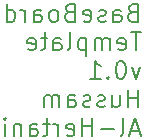
<source format=gbo>
%TF.GenerationSoftware,KiCad,Pcbnew,8.0.0*%
%TF.CreationDate,2024-05-08T18:58:49-04:00*%
%TF.ProjectId,myBaseBoardDesign,6d794261-7365-4426-9f61-726444657369,rev?*%
%TF.SameCoordinates,Original*%
%TF.FileFunction,Legend,Bot*%
%TF.FilePolarity,Positive*%
%FSLAX46Y46*%
G04 Gerber Fmt 4.6, Leading zero omitted, Abs format (unit mm)*
G04 Created by KiCad (PCBNEW 8.0.0) date 2024-05-08 18:58:49*
%MOMM*%
%LPD*%
G01*
G04 APERTURE LIST*
%ADD10C,0.150000*%
G04 APERTURE END LIST*
D10*
X101873173Y-52961914D02*
X101658887Y-53033342D01*
X101658887Y-53033342D02*
X101587458Y-53104771D01*
X101587458Y-53104771D02*
X101516030Y-53247628D01*
X101516030Y-53247628D02*
X101516030Y-53461914D01*
X101516030Y-53461914D02*
X101587458Y-53604771D01*
X101587458Y-53604771D02*
X101658887Y-53676200D01*
X101658887Y-53676200D02*
X101801744Y-53747628D01*
X101801744Y-53747628D02*
X102373173Y-53747628D01*
X102373173Y-53747628D02*
X102373173Y-52247628D01*
X102373173Y-52247628D02*
X101873173Y-52247628D01*
X101873173Y-52247628D02*
X101730316Y-52319057D01*
X101730316Y-52319057D02*
X101658887Y-52390485D01*
X101658887Y-52390485D02*
X101587458Y-52533342D01*
X101587458Y-52533342D02*
X101587458Y-52676200D01*
X101587458Y-52676200D02*
X101658887Y-52819057D01*
X101658887Y-52819057D02*
X101730316Y-52890485D01*
X101730316Y-52890485D02*
X101873173Y-52961914D01*
X101873173Y-52961914D02*
X102373173Y-52961914D01*
X100230316Y-53747628D02*
X100230316Y-52961914D01*
X100230316Y-52961914D02*
X100301744Y-52819057D01*
X100301744Y-52819057D02*
X100444601Y-52747628D01*
X100444601Y-52747628D02*
X100730316Y-52747628D01*
X100730316Y-52747628D02*
X100873173Y-52819057D01*
X100230316Y-53676200D02*
X100373173Y-53747628D01*
X100373173Y-53747628D02*
X100730316Y-53747628D01*
X100730316Y-53747628D02*
X100873173Y-53676200D01*
X100873173Y-53676200D02*
X100944601Y-53533342D01*
X100944601Y-53533342D02*
X100944601Y-53390485D01*
X100944601Y-53390485D02*
X100873173Y-53247628D01*
X100873173Y-53247628D02*
X100730316Y-53176200D01*
X100730316Y-53176200D02*
X100373173Y-53176200D01*
X100373173Y-53176200D02*
X100230316Y-53104771D01*
X99587458Y-53676200D02*
X99444601Y-53747628D01*
X99444601Y-53747628D02*
X99158887Y-53747628D01*
X99158887Y-53747628D02*
X99016030Y-53676200D01*
X99016030Y-53676200D02*
X98944601Y-53533342D01*
X98944601Y-53533342D02*
X98944601Y-53461914D01*
X98944601Y-53461914D02*
X99016030Y-53319057D01*
X99016030Y-53319057D02*
X99158887Y-53247628D01*
X99158887Y-53247628D02*
X99373173Y-53247628D01*
X99373173Y-53247628D02*
X99516030Y-53176200D01*
X99516030Y-53176200D02*
X99587458Y-53033342D01*
X99587458Y-53033342D02*
X99587458Y-52961914D01*
X99587458Y-52961914D02*
X99516030Y-52819057D01*
X99516030Y-52819057D02*
X99373173Y-52747628D01*
X99373173Y-52747628D02*
X99158887Y-52747628D01*
X99158887Y-52747628D02*
X99016030Y-52819057D01*
X97730315Y-53676200D02*
X97873172Y-53747628D01*
X97873172Y-53747628D02*
X98158887Y-53747628D01*
X98158887Y-53747628D02*
X98301744Y-53676200D01*
X98301744Y-53676200D02*
X98373172Y-53533342D01*
X98373172Y-53533342D02*
X98373172Y-52961914D01*
X98373172Y-52961914D02*
X98301744Y-52819057D01*
X98301744Y-52819057D02*
X98158887Y-52747628D01*
X98158887Y-52747628D02*
X97873172Y-52747628D01*
X97873172Y-52747628D02*
X97730315Y-52819057D01*
X97730315Y-52819057D02*
X97658887Y-52961914D01*
X97658887Y-52961914D02*
X97658887Y-53104771D01*
X97658887Y-53104771D02*
X98373172Y-53247628D01*
X96516030Y-52961914D02*
X96301744Y-53033342D01*
X96301744Y-53033342D02*
X96230315Y-53104771D01*
X96230315Y-53104771D02*
X96158887Y-53247628D01*
X96158887Y-53247628D02*
X96158887Y-53461914D01*
X96158887Y-53461914D02*
X96230315Y-53604771D01*
X96230315Y-53604771D02*
X96301744Y-53676200D01*
X96301744Y-53676200D02*
X96444601Y-53747628D01*
X96444601Y-53747628D02*
X97016030Y-53747628D01*
X97016030Y-53747628D02*
X97016030Y-52247628D01*
X97016030Y-52247628D02*
X96516030Y-52247628D01*
X96516030Y-52247628D02*
X96373173Y-52319057D01*
X96373173Y-52319057D02*
X96301744Y-52390485D01*
X96301744Y-52390485D02*
X96230315Y-52533342D01*
X96230315Y-52533342D02*
X96230315Y-52676200D01*
X96230315Y-52676200D02*
X96301744Y-52819057D01*
X96301744Y-52819057D02*
X96373173Y-52890485D01*
X96373173Y-52890485D02*
X96516030Y-52961914D01*
X96516030Y-52961914D02*
X97016030Y-52961914D01*
X95301744Y-53747628D02*
X95444601Y-53676200D01*
X95444601Y-53676200D02*
X95516030Y-53604771D01*
X95516030Y-53604771D02*
X95587458Y-53461914D01*
X95587458Y-53461914D02*
X95587458Y-53033342D01*
X95587458Y-53033342D02*
X95516030Y-52890485D01*
X95516030Y-52890485D02*
X95444601Y-52819057D01*
X95444601Y-52819057D02*
X95301744Y-52747628D01*
X95301744Y-52747628D02*
X95087458Y-52747628D01*
X95087458Y-52747628D02*
X94944601Y-52819057D01*
X94944601Y-52819057D02*
X94873173Y-52890485D01*
X94873173Y-52890485D02*
X94801744Y-53033342D01*
X94801744Y-53033342D02*
X94801744Y-53461914D01*
X94801744Y-53461914D02*
X94873173Y-53604771D01*
X94873173Y-53604771D02*
X94944601Y-53676200D01*
X94944601Y-53676200D02*
X95087458Y-53747628D01*
X95087458Y-53747628D02*
X95301744Y-53747628D01*
X93516030Y-53747628D02*
X93516030Y-52961914D01*
X93516030Y-52961914D02*
X93587458Y-52819057D01*
X93587458Y-52819057D02*
X93730315Y-52747628D01*
X93730315Y-52747628D02*
X94016030Y-52747628D01*
X94016030Y-52747628D02*
X94158887Y-52819057D01*
X93516030Y-53676200D02*
X93658887Y-53747628D01*
X93658887Y-53747628D02*
X94016030Y-53747628D01*
X94016030Y-53747628D02*
X94158887Y-53676200D01*
X94158887Y-53676200D02*
X94230315Y-53533342D01*
X94230315Y-53533342D02*
X94230315Y-53390485D01*
X94230315Y-53390485D02*
X94158887Y-53247628D01*
X94158887Y-53247628D02*
X94016030Y-53176200D01*
X94016030Y-53176200D02*
X93658887Y-53176200D01*
X93658887Y-53176200D02*
X93516030Y-53104771D01*
X92801744Y-53747628D02*
X92801744Y-52747628D01*
X92801744Y-53033342D02*
X92730315Y-52890485D01*
X92730315Y-52890485D02*
X92658887Y-52819057D01*
X92658887Y-52819057D02*
X92516029Y-52747628D01*
X92516029Y-52747628D02*
X92373172Y-52747628D01*
X91230316Y-53747628D02*
X91230316Y-52247628D01*
X91230316Y-53676200D02*
X91373173Y-53747628D01*
X91373173Y-53747628D02*
X91658887Y-53747628D01*
X91658887Y-53747628D02*
X91801744Y-53676200D01*
X91801744Y-53676200D02*
X91873173Y-53604771D01*
X91873173Y-53604771D02*
X91944601Y-53461914D01*
X91944601Y-53461914D02*
X91944601Y-53033342D01*
X91944601Y-53033342D02*
X91873173Y-52890485D01*
X91873173Y-52890485D02*
X91801744Y-52819057D01*
X91801744Y-52819057D02*
X91658887Y-52747628D01*
X91658887Y-52747628D02*
X91373173Y-52747628D01*
X91373173Y-52747628D02*
X91230316Y-52819057D01*
X102587458Y-54662544D02*
X101730316Y-54662544D01*
X102158887Y-56162544D02*
X102158887Y-54662544D01*
X100658887Y-56091116D02*
X100801744Y-56162544D01*
X100801744Y-56162544D02*
X101087459Y-56162544D01*
X101087459Y-56162544D02*
X101230316Y-56091116D01*
X101230316Y-56091116D02*
X101301744Y-55948258D01*
X101301744Y-55948258D02*
X101301744Y-55376830D01*
X101301744Y-55376830D02*
X101230316Y-55233973D01*
X101230316Y-55233973D02*
X101087459Y-55162544D01*
X101087459Y-55162544D02*
X100801744Y-55162544D01*
X100801744Y-55162544D02*
X100658887Y-55233973D01*
X100658887Y-55233973D02*
X100587459Y-55376830D01*
X100587459Y-55376830D02*
X100587459Y-55519687D01*
X100587459Y-55519687D02*
X101301744Y-55662544D01*
X99944602Y-56162544D02*
X99944602Y-55162544D01*
X99944602Y-55305401D02*
X99873173Y-55233973D01*
X99873173Y-55233973D02*
X99730316Y-55162544D01*
X99730316Y-55162544D02*
X99516030Y-55162544D01*
X99516030Y-55162544D02*
X99373173Y-55233973D01*
X99373173Y-55233973D02*
X99301745Y-55376830D01*
X99301745Y-55376830D02*
X99301745Y-56162544D01*
X99301745Y-55376830D02*
X99230316Y-55233973D01*
X99230316Y-55233973D02*
X99087459Y-55162544D01*
X99087459Y-55162544D02*
X98873173Y-55162544D01*
X98873173Y-55162544D02*
X98730316Y-55233973D01*
X98730316Y-55233973D02*
X98658887Y-55376830D01*
X98658887Y-55376830D02*
X98658887Y-56162544D01*
X97944602Y-55162544D02*
X97944602Y-56662544D01*
X97944602Y-55233973D02*
X97801745Y-55162544D01*
X97801745Y-55162544D02*
X97516030Y-55162544D01*
X97516030Y-55162544D02*
X97373173Y-55233973D01*
X97373173Y-55233973D02*
X97301745Y-55305401D01*
X97301745Y-55305401D02*
X97230316Y-55448258D01*
X97230316Y-55448258D02*
X97230316Y-55876830D01*
X97230316Y-55876830D02*
X97301745Y-56019687D01*
X97301745Y-56019687D02*
X97373173Y-56091116D01*
X97373173Y-56091116D02*
X97516030Y-56162544D01*
X97516030Y-56162544D02*
X97801745Y-56162544D01*
X97801745Y-56162544D02*
X97944602Y-56091116D01*
X96373173Y-56162544D02*
X96516030Y-56091116D01*
X96516030Y-56091116D02*
X96587459Y-55948258D01*
X96587459Y-55948258D02*
X96587459Y-54662544D01*
X95158888Y-56162544D02*
X95158888Y-55376830D01*
X95158888Y-55376830D02*
X95230316Y-55233973D01*
X95230316Y-55233973D02*
X95373173Y-55162544D01*
X95373173Y-55162544D02*
X95658888Y-55162544D01*
X95658888Y-55162544D02*
X95801745Y-55233973D01*
X95158888Y-56091116D02*
X95301745Y-56162544D01*
X95301745Y-56162544D02*
X95658888Y-56162544D01*
X95658888Y-56162544D02*
X95801745Y-56091116D01*
X95801745Y-56091116D02*
X95873173Y-55948258D01*
X95873173Y-55948258D02*
X95873173Y-55805401D01*
X95873173Y-55805401D02*
X95801745Y-55662544D01*
X95801745Y-55662544D02*
X95658888Y-55591116D01*
X95658888Y-55591116D02*
X95301745Y-55591116D01*
X95301745Y-55591116D02*
X95158888Y-55519687D01*
X94658887Y-55162544D02*
X94087459Y-55162544D01*
X94444602Y-54662544D02*
X94444602Y-55948258D01*
X94444602Y-55948258D02*
X94373173Y-56091116D01*
X94373173Y-56091116D02*
X94230316Y-56162544D01*
X94230316Y-56162544D02*
X94087459Y-56162544D01*
X93016030Y-56091116D02*
X93158887Y-56162544D01*
X93158887Y-56162544D02*
X93444602Y-56162544D01*
X93444602Y-56162544D02*
X93587459Y-56091116D01*
X93587459Y-56091116D02*
X93658887Y-55948258D01*
X93658887Y-55948258D02*
X93658887Y-55376830D01*
X93658887Y-55376830D02*
X93587459Y-55233973D01*
X93587459Y-55233973D02*
X93444602Y-55162544D01*
X93444602Y-55162544D02*
X93158887Y-55162544D01*
X93158887Y-55162544D02*
X93016030Y-55233973D01*
X93016030Y-55233973D02*
X92944602Y-55376830D01*
X92944602Y-55376830D02*
X92944602Y-55519687D01*
X92944602Y-55519687D02*
X93658887Y-55662544D01*
X102516030Y-57577460D02*
X102158887Y-58577460D01*
X102158887Y-58577460D02*
X101801744Y-57577460D01*
X100944601Y-57077460D02*
X100801744Y-57077460D01*
X100801744Y-57077460D02*
X100658887Y-57148889D01*
X100658887Y-57148889D02*
X100587459Y-57220317D01*
X100587459Y-57220317D02*
X100516030Y-57363174D01*
X100516030Y-57363174D02*
X100444601Y-57648889D01*
X100444601Y-57648889D02*
X100444601Y-58006032D01*
X100444601Y-58006032D02*
X100516030Y-58291746D01*
X100516030Y-58291746D02*
X100587459Y-58434603D01*
X100587459Y-58434603D02*
X100658887Y-58506032D01*
X100658887Y-58506032D02*
X100801744Y-58577460D01*
X100801744Y-58577460D02*
X100944601Y-58577460D01*
X100944601Y-58577460D02*
X101087459Y-58506032D01*
X101087459Y-58506032D02*
X101158887Y-58434603D01*
X101158887Y-58434603D02*
X101230316Y-58291746D01*
X101230316Y-58291746D02*
X101301744Y-58006032D01*
X101301744Y-58006032D02*
X101301744Y-57648889D01*
X101301744Y-57648889D02*
X101230316Y-57363174D01*
X101230316Y-57363174D02*
X101158887Y-57220317D01*
X101158887Y-57220317D02*
X101087459Y-57148889D01*
X101087459Y-57148889D02*
X100944601Y-57077460D01*
X99801745Y-58434603D02*
X99730316Y-58506032D01*
X99730316Y-58506032D02*
X99801745Y-58577460D01*
X99801745Y-58577460D02*
X99873173Y-58506032D01*
X99873173Y-58506032D02*
X99801745Y-58434603D01*
X99801745Y-58434603D02*
X99801745Y-58577460D01*
X98301744Y-58577460D02*
X99158887Y-58577460D01*
X98730316Y-58577460D02*
X98730316Y-57077460D01*
X98730316Y-57077460D02*
X98873173Y-57291746D01*
X98873173Y-57291746D02*
X99016030Y-57434603D01*
X99016030Y-57434603D02*
X99158887Y-57506032D01*
X102373173Y-60992376D02*
X102373173Y-59492376D01*
X102373173Y-60206662D02*
X101516030Y-60206662D01*
X101516030Y-60992376D02*
X101516030Y-59492376D01*
X100158887Y-59992376D02*
X100158887Y-60992376D01*
X100801744Y-59992376D02*
X100801744Y-60778090D01*
X100801744Y-60778090D02*
X100730315Y-60920948D01*
X100730315Y-60920948D02*
X100587458Y-60992376D01*
X100587458Y-60992376D02*
X100373172Y-60992376D01*
X100373172Y-60992376D02*
X100230315Y-60920948D01*
X100230315Y-60920948D02*
X100158887Y-60849519D01*
X99516029Y-60920948D02*
X99373172Y-60992376D01*
X99373172Y-60992376D02*
X99087458Y-60992376D01*
X99087458Y-60992376D02*
X98944601Y-60920948D01*
X98944601Y-60920948D02*
X98873172Y-60778090D01*
X98873172Y-60778090D02*
X98873172Y-60706662D01*
X98873172Y-60706662D02*
X98944601Y-60563805D01*
X98944601Y-60563805D02*
X99087458Y-60492376D01*
X99087458Y-60492376D02*
X99301744Y-60492376D01*
X99301744Y-60492376D02*
X99444601Y-60420948D01*
X99444601Y-60420948D02*
X99516029Y-60278090D01*
X99516029Y-60278090D02*
X99516029Y-60206662D01*
X99516029Y-60206662D02*
X99444601Y-60063805D01*
X99444601Y-60063805D02*
X99301744Y-59992376D01*
X99301744Y-59992376D02*
X99087458Y-59992376D01*
X99087458Y-59992376D02*
X98944601Y-60063805D01*
X98301743Y-60920948D02*
X98158886Y-60992376D01*
X98158886Y-60992376D02*
X97873172Y-60992376D01*
X97873172Y-60992376D02*
X97730315Y-60920948D01*
X97730315Y-60920948D02*
X97658886Y-60778090D01*
X97658886Y-60778090D02*
X97658886Y-60706662D01*
X97658886Y-60706662D02*
X97730315Y-60563805D01*
X97730315Y-60563805D02*
X97873172Y-60492376D01*
X97873172Y-60492376D02*
X98087458Y-60492376D01*
X98087458Y-60492376D02*
X98230315Y-60420948D01*
X98230315Y-60420948D02*
X98301743Y-60278090D01*
X98301743Y-60278090D02*
X98301743Y-60206662D01*
X98301743Y-60206662D02*
X98230315Y-60063805D01*
X98230315Y-60063805D02*
X98087458Y-59992376D01*
X98087458Y-59992376D02*
X97873172Y-59992376D01*
X97873172Y-59992376D02*
X97730315Y-60063805D01*
X96373172Y-60992376D02*
X96373172Y-60206662D01*
X96373172Y-60206662D02*
X96444600Y-60063805D01*
X96444600Y-60063805D02*
X96587457Y-59992376D01*
X96587457Y-59992376D02*
X96873172Y-59992376D01*
X96873172Y-59992376D02*
X97016029Y-60063805D01*
X96373172Y-60920948D02*
X96516029Y-60992376D01*
X96516029Y-60992376D02*
X96873172Y-60992376D01*
X96873172Y-60992376D02*
X97016029Y-60920948D01*
X97016029Y-60920948D02*
X97087457Y-60778090D01*
X97087457Y-60778090D02*
X97087457Y-60635233D01*
X97087457Y-60635233D02*
X97016029Y-60492376D01*
X97016029Y-60492376D02*
X96873172Y-60420948D01*
X96873172Y-60420948D02*
X96516029Y-60420948D01*
X96516029Y-60420948D02*
X96373172Y-60349519D01*
X95658886Y-60992376D02*
X95658886Y-59992376D01*
X95658886Y-60135233D02*
X95587457Y-60063805D01*
X95587457Y-60063805D02*
X95444600Y-59992376D01*
X95444600Y-59992376D02*
X95230314Y-59992376D01*
X95230314Y-59992376D02*
X95087457Y-60063805D01*
X95087457Y-60063805D02*
X95016029Y-60206662D01*
X95016029Y-60206662D02*
X95016029Y-60992376D01*
X95016029Y-60206662D02*
X94944600Y-60063805D01*
X94944600Y-60063805D02*
X94801743Y-59992376D01*
X94801743Y-59992376D02*
X94587457Y-59992376D01*
X94587457Y-59992376D02*
X94444600Y-60063805D01*
X94444600Y-60063805D02*
X94373171Y-60206662D01*
X94373171Y-60206662D02*
X94373171Y-60992376D01*
X102444601Y-62978721D02*
X101730316Y-62978721D01*
X102587458Y-63407292D02*
X102087458Y-61907292D01*
X102087458Y-61907292D02*
X101587458Y-63407292D01*
X100873173Y-63407292D02*
X101016030Y-63335864D01*
X101016030Y-63335864D02*
X101087459Y-63193006D01*
X101087459Y-63193006D02*
X101087459Y-61907292D01*
X100301745Y-62835864D02*
X99158888Y-62835864D01*
X98444602Y-63407292D02*
X98444602Y-61907292D01*
X98444602Y-62621578D02*
X97587459Y-62621578D01*
X97587459Y-63407292D02*
X97587459Y-61907292D01*
X96301744Y-63335864D02*
X96444601Y-63407292D01*
X96444601Y-63407292D02*
X96730316Y-63407292D01*
X96730316Y-63407292D02*
X96873173Y-63335864D01*
X96873173Y-63335864D02*
X96944601Y-63193006D01*
X96944601Y-63193006D02*
X96944601Y-62621578D01*
X96944601Y-62621578D02*
X96873173Y-62478721D01*
X96873173Y-62478721D02*
X96730316Y-62407292D01*
X96730316Y-62407292D02*
X96444601Y-62407292D01*
X96444601Y-62407292D02*
X96301744Y-62478721D01*
X96301744Y-62478721D02*
X96230316Y-62621578D01*
X96230316Y-62621578D02*
X96230316Y-62764435D01*
X96230316Y-62764435D02*
X96944601Y-62907292D01*
X95587459Y-63407292D02*
X95587459Y-62407292D01*
X95587459Y-62693006D02*
X95516030Y-62550149D01*
X95516030Y-62550149D02*
X95444602Y-62478721D01*
X95444602Y-62478721D02*
X95301744Y-62407292D01*
X95301744Y-62407292D02*
X95158887Y-62407292D01*
X94873173Y-62407292D02*
X94301745Y-62407292D01*
X94658888Y-61907292D02*
X94658888Y-63193006D01*
X94658888Y-63193006D02*
X94587459Y-63335864D01*
X94587459Y-63335864D02*
X94444602Y-63407292D01*
X94444602Y-63407292D02*
X94301745Y-63407292D01*
X93158888Y-63407292D02*
X93158888Y-62621578D01*
X93158888Y-62621578D02*
X93230316Y-62478721D01*
X93230316Y-62478721D02*
X93373173Y-62407292D01*
X93373173Y-62407292D02*
X93658888Y-62407292D01*
X93658888Y-62407292D02*
X93801745Y-62478721D01*
X93158888Y-63335864D02*
X93301745Y-63407292D01*
X93301745Y-63407292D02*
X93658888Y-63407292D01*
X93658888Y-63407292D02*
X93801745Y-63335864D01*
X93801745Y-63335864D02*
X93873173Y-63193006D01*
X93873173Y-63193006D02*
X93873173Y-63050149D01*
X93873173Y-63050149D02*
X93801745Y-62907292D01*
X93801745Y-62907292D02*
X93658888Y-62835864D01*
X93658888Y-62835864D02*
X93301745Y-62835864D01*
X93301745Y-62835864D02*
X93158888Y-62764435D01*
X92444602Y-62407292D02*
X92444602Y-63407292D01*
X92444602Y-62550149D02*
X92373173Y-62478721D01*
X92373173Y-62478721D02*
X92230316Y-62407292D01*
X92230316Y-62407292D02*
X92016030Y-62407292D01*
X92016030Y-62407292D02*
X91873173Y-62478721D01*
X91873173Y-62478721D02*
X91801745Y-62621578D01*
X91801745Y-62621578D02*
X91801745Y-63407292D01*
X91087459Y-63407292D02*
X91087459Y-62407292D01*
X91087459Y-61907292D02*
X91158887Y-61978721D01*
X91158887Y-61978721D02*
X91087459Y-62050149D01*
X91087459Y-62050149D02*
X91016030Y-61978721D01*
X91016030Y-61978721D02*
X91087459Y-61907292D01*
X91087459Y-61907292D02*
X91087459Y-62050149D01*
M02*

</source>
